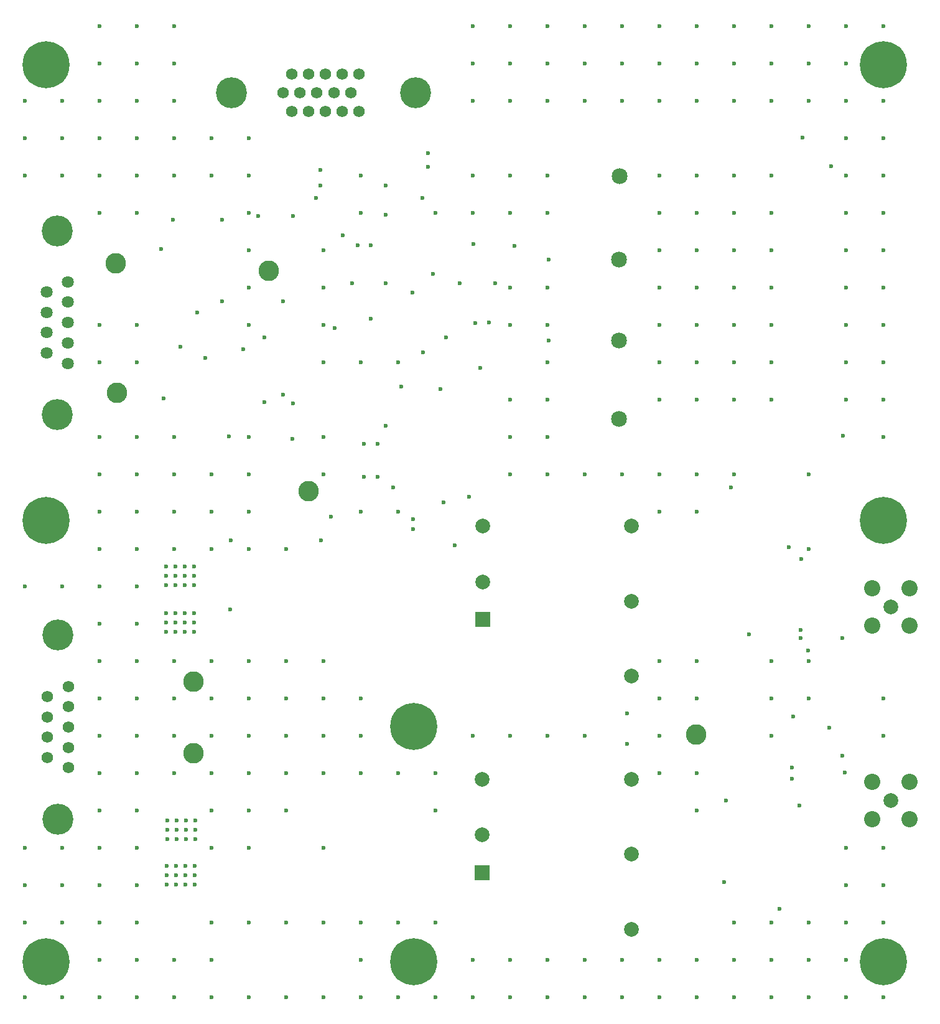
<source format=gbr>
%TF.GenerationSoftware,KiCad,Pcbnew,8.0.6*%
%TF.CreationDate,2025-05-15T16:07:21-04:00*%
%TF.ProjectId,2 - COLD_TPC_P25M5,32202d20-434f-44c4-945f-5450435f5032,rev?*%
%TF.SameCoordinates,Original*%
%TF.FileFunction,Copper,L8,Inr*%
%TF.FilePolarity,Positive*%
%FSLAX46Y46*%
G04 Gerber Fmt 4.6, Leading zero omitted, Abs format (unit mm)*
G04 Created by KiCad (PCBNEW 8.0.6) date 2025-05-15 16:07:21*
%MOMM*%
%LPD*%
G01*
G04 APERTURE LIST*
%TA.AperFunction,ComponentPad*%
%ADD10C,2.800000*%
%TD*%
%TA.AperFunction,ComponentPad*%
%ADD11C,6.400000*%
%TD*%
%TA.AperFunction,ComponentPad*%
%ADD12R,2.000000X2.000000*%
%TD*%
%TA.AperFunction,ComponentPad*%
%ADD13C,2.000000*%
%TD*%
%TA.AperFunction,ComponentPad*%
%ADD14C,2.159000*%
%TD*%
%TA.AperFunction,ComponentPad*%
%ADD15C,1.560000*%
%TD*%
%TA.AperFunction,ComponentPad*%
%ADD16C,4.216000*%
%TD*%
%TA.AperFunction,ComponentPad*%
%ADD17C,1.575000*%
%TD*%
%TA.AperFunction,ComponentPad*%
%ADD18C,1.635000*%
%TD*%
%TA.AperFunction,ComponentPad*%
%ADD19C,2.006600*%
%TD*%
%TA.AperFunction,ComponentPad*%
%ADD20C,2.209800*%
%TD*%
%TA.AperFunction,ViaPad*%
%ADD21C,0.600000*%
%TD*%
G04 APERTURE END LIST*
D10*
%TO.N,/SEC_PWR_RTN*%
%TO.C,+12V_RTN1*%
X155090000Y-149640000D03*
%TD*%
D11*
%TO.N,CHASSIS*%
%TO.C,H5*%
X135000000Y-56000000D03*
%TD*%
%TO.N,CHASSIS*%
%TO.C,H7*%
X249000000Y-118000000D03*
%TD*%
%TO.N,CHASSIS*%
%TO.C,H6*%
X249000000Y-178000000D03*
%TD*%
%TO.N,CHASSIS*%
%TO.C,H3*%
X185000000Y-146000000D03*
%TD*%
D12*
%TO.N,/SiPM/SiPM_LV_Supply/SiPM_LV1/V_POS*%
%TO.C,U4*%
X194395000Y-131470000D03*
D13*
%TO.N,/SiPM/SiPM_LV_Supply/SiPM_LV1/V_RTN*%
X194395000Y-126370000D03*
%TO.N,/SiPM/SiPM_LV_Supply/SiPM_LV/V_Out_RTN*%
X214695000Y-139170000D03*
%TO.N,/SiPM/SiPM_LV_Supply/SiPM_LV1/TRIM*%
X214695000Y-128970000D03*
%TO.N,/SiPM/M5V*%
X214695000Y-118770000D03*
%TO.N,/SiPM/SiPM_LV_Supply/SiPM_LV/Enable*%
X194395000Y-118770000D03*
%TD*%
D14*
%TO.N,Net-(P1-Pad1)*%
%TO.C,P1*%
X212960000Y-93500000D03*
%TD*%
D10*
%TO.N,/P_SEC_TELEM_PWR*%
%TO.C,+5V1*%
X144520000Y-83000000D03*
%TD*%
D14*
%TO.N,Net-(M6-Pad3)*%
%TO.C,P4*%
X213060000Y-71180000D03*
%TD*%
%TO.N,Net-(P3-Pad1)*%
%TO.C,P3*%
X212970000Y-82510000D03*
%TD*%
D15*
%TO.N,/SEC_PWR_RTN*%
%TO.C,J1*%
X138030000Y-140575000D03*
X138030000Y-143345000D03*
%TO.N,unconnected-(J1-Pad3)*%
X138030000Y-146115000D03*
%TO.N,/SEC_PWR_RTN*%
X138030000Y-148885000D03*
X138030000Y-151655000D03*
%TO.N,/SEC_PWR_IN*%
X135190000Y-141960000D03*
X135190000Y-144730000D03*
X135190000Y-147500000D03*
X135190000Y-150270000D03*
D16*
%TO.N,CHASSIS*%
X136610000Y-133615000D03*
X136610000Y-158615000D03*
%TD*%
D10*
%TO.N,/SiPM/SiPM_LV_Supply/SiPM_LV/Enable*%
%TO.C,V_{EN}1*%
X170690000Y-114050000D03*
%TD*%
D17*
%TO.N,/SiPM_LV_Enable-*%
%TO.C,J3*%
X168434000Y-62350000D03*
%TO.N,/SiPM_LV_Enable+*%
X170724000Y-62350000D03*
%TO.N,/P2p5V_TELEM*%
X173014000Y-62350000D03*
%TO.N,/M5p0V_Telem*%
X175304000Y-62350000D03*
%TO.N,/P2p5_I_MON*%
X177594000Y-62350000D03*
%TO.N,/SEC_PWR_TELEM_RTN*%
X167289000Y-59810000D03*
X169579000Y-59810000D03*
X171869000Y-59810000D03*
X174159000Y-59810000D03*
X176449000Y-59810000D03*
%TO.N,/TEMP_TELEM*%
X168434000Y-57270000D03*
%TO.N,/SEC_PWR_TELEM_RTN*%
X170724000Y-57270000D03*
X173014000Y-57270000D03*
X175304000Y-57270000D03*
%TO.N,/M5V_I_MON*%
X177594000Y-57270000D03*
D16*
%TO.N,CHASSIS*%
X185255000Y-59810000D03*
X160265000Y-59810000D03*
%TD*%
D18*
%TO.N,/SEC_PWR_TELEM_RTN*%
%TO.C,J2*%
X137933250Y-96630000D03*
X137933250Y-93860000D03*
%TO.N,unconnected-(J2-Pad3)*%
X137933250Y-91090000D03*
%TO.N,/SEC_PWR_TELEM_RTN*%
X137933250Y-88320000D03*
X137933250Y-85550000D03*
%TO.N,/N_SEC_TELEM_PWR*%
X135093250Y-95245000D03*
X135093250Y-92475000D03*
%TO.N,/P_SEC_TELEM_PWR*%
X135093250Y-89705000D03*
X135093250Y-86935000D03*
D16*
%TO.N,CHASSIS*%
X136513250Y-78590000D03*
X136513250Y-103590000D03*
%TD*%
D11*
%TO.N,CHASSIS*%
%TO.C,H8*%
X135000000Y-118000000D03*
%TD*%
D14*
%TO.N,Net-(M5-Pad3)*%
%TO.C,P2*%
X212960000Y-104170000D03*
%TD*%
D11*
%TO.N,CHASSIS*%
%TO.C,H4*%
X185000000Y-178000000D03*
%TD*%
D19*
%TO.N,/SiPM/SiPM_LV_m5p0V*%
%TO.C,J5*%
X250000000Y-129780000D03*
D20*
%TO.N,/SiPM/SiPM_LV_Supply/SiPM_LV/V_Out_RTN*%
X252540000Y-127240000D03*
X247460000Y-127240000D03*
X247460000Y-132320000D03*
X252540000Y-132320000D03*
%TD*%
D10*
%TO.N,/SEC_PWR_IN*%
%TO.C,+12V1*%
X155090000Y-139890000D03*
%TD*%
%TO.N,/N_SEC_TELEM_PWR*%
%TO.C,-5V1*%
X144690000Y-100630000D03*
%TD*%
D19*
%TO.N,/SiPM/SiPM_LV_p2p5V*%
%TO.C,J4*%
X250000000Y-156110000D03*
D20*
%TO.N,/SiPM/SiPM_LV_Supply/SiPM_LV/V_Out_RTN*%
X252540000Y-153570000D03*
X247460000Y-153570000D03*
X247460000Y-158650000D03*
X252540000Y-158650000D03*
%TD*%
D11*
%TO.N,CHASSIS*%
%TO.C,H2*%
X135000000Y-178000000D03*
%TD*%
%TO.N,CHASSIS*%
%TO.C,H1*%
X249000000Y-56000000D03*
%TD*%
D12*
%TO.N,/SiPM/SiPM_LV_Supply/SiPM_LV/V_POS*%
%TO.C,U3*%
X194387500Y-165890000D03*
D13*
%TO.N,/SiPM/SiPM_LV_Supply/SiPM_LV/V_RTN*%
X194387500Y-160790000D03*
%TO.N,/SiPM/SiPM_LV_Supply/SiPM_LV/V_Out*%
X214687500Y-173590000D03*
%TO.N,/SiPM/SiPM_LV_Supply/SiPM_LV/TRIM*%
X214687500Y-163390000D03*
%TO.N,/SiPM/SiPM_LV_Supply/SiPM_LV/V_Out_RTN*%
X214687500Y-153190000D03*
%TO.N,/SiPM/SiPM_LV_Supply/SiPM_LV/Enable*%
X194387500Y-153190000D03*
%TD*%
D10*
%TO.N,/SEC_PWR_TELEM_RTN*%
%TO.C,Telem_RTN1*%
X165350000Y-84050000D03*
%TD*%
%TO.N,/SiPM/SiPM_LV_Supply/SiPM_LV/V_Out_RTN*%
%TO.C,V_{OUT_RTN}1*%
X223490000Y-147150000D03*
%TD*%
D21*
%TO.N,/SiPM/pV3p3*%
X237680000Y-133980000D03*
X181240000Y-105120000D03*
X181240000Y-76390000D03*
X243400000Y-133990000D03*
X243480000Y-106490000D03*
X181240000Y-72460000D03*
X172310000Y-72450000D03*
X181234150Y-85760000D03*
X243400000Y-149970000D03*
X236550000Y-151610000D03*
X158970000Y-77145000D03*
%TO.N,/SEC_PWR_RTN*%
X154017500Y-158820000D03*
X177800000Y-152400000D03*
X147320000Y-152400000D03*
X213360000Y-111760000D03*
X218440000Y-177800000D03*
X243840000Y-177800000D03*
X147320000Y-167640000D03*
X238760000Y-121920000D03*
X223520000Y-142240000D03*
X152400000Y-137160000D03*
X233680000Y-177800000D03*
X147320000Y-162560000D03*
X147320000Y-132080000D03*
X152635000Y-126775000D03*
X152747500Y-160090000D03*
X218440000Y-116840000D03*
X151365000Y-125505000D03*
X198120000Y-111760000D03*
X208280000Y-182880000D03*
X238760000Y-177800000D03*
X248920000Y-182880000D03*
X193040000Y-177800000D03*
X198120000Y-177800000D03*
X157480000Y-162560000D03*
X172720000Y-172720000D03*
X177800000Y-177800000D03*
X178250000Y-112050000D03*
X142240000Y-157480000D03*
X157480000Y-177800000D03*
X198120000Y-147320000D03*
X182880000Y-152400000D03*
X153905000Y-125505000D03*
X172720000Y-182880000D03*
X152400000Y-147320000D03*
X152400000Y-142240000D03*
X233680000Y-172720000D03*
X238760000Y-182880000D03*
X167640000Y-172720000D03*
X152400000Y-177800000D03*
X152400000Y-152400000D03*
X167640000Y-147320000D03*
X152747500Y-158820000D03*
X155175000Y-124235000D03*
X147320000Y-121920000D03*
X167640000Y-142240000D03*
X167640000Y-137160000D03*
X187960000Y-182880000D03*
X155287500Y-161360000D03*
X132080000Y-182880000D03*
X223520000Y-111760000D03*
X157480000Y-147320000D03*
X172720000Y-152400000D03*
X151365000Y-126775000D03*
X157480000Y-152400000D03*
X198120000Y-182880000D03*
X167640000Y-157480000D03*
X208280000Y-111760000D03*
X187960000Y-157480000D03*
X228600000Y-182880000D03*
X142240000Y-152400000D03*
X208280000Y-177800000D03*
X132080000Y-172720000D03*
X137160000Y-172720000D03*
X248920000Y-162560000D03*
X233680000Y-147320000D03*
X162560000Y-147320000D03*
X132080000Y-127000000D03*
X151477500Y-161360000D03*
X187960000Y-172720000D03*
X233680000Y-137160000D03*
X147320000Y-157480000D03*
X182880000Y-172720000D03*
X218440000Y-137160000D03*
X151477500Y-160090000D03*
X218440000Y-147320000D03*
X142240000Y-182880000D03*
X243840000Y-172720000D03*
X157480000Y-157480000D03*
X193040000Y-147320000D03*
X157480000Y-121920000D03*
X228600000Y-177800000D03*
X147320000Y-177800000D03*
X177800000Y-182880000D03*
X233680000Y-142240000D03*
X142240000Y-167640000D03*
X137160000Y-162560000D03*
X154017500Y-160090000D03*
X180140000Y-112050000D03*
X137160000Y-127000000D03*
X177800000Y-116840000D03*
X177800000Y-147320000D03*
X162560000Y-121920000D03*
X152747500Y-161360000D03*
X223520000Y-182880000D03*
X142240000Y-137160000D03*
X213360000Y-177800000D03*
X218440000Y-152400000D03*
X152400000Y-121920000D03*
X132080000Y-162560000D03*
X162560000Y-182880000D03*
X203200000Y-111760000D03*
X147320000Y-172720000D03*
X142240000Y-147320000D03*
X203200000Y-147320000D03*
X162560000Y-142240000D03*
X203200000Y-182880000D03*
X172720000Y-142240000D03*
X162560000Y-172720000D03*
X157480000Y-182880000D03*
X137160000Y-167640000D03*
X213360000Y-182880000D03*
X152400000Y-182880000D03*
X154017500Y-161360000D03*
X155175000Y-126775000D03*
X147320000Y-182880000D03*
X162560000Y-162560000D03*
X157480000Y-137160000D03*
X147320000Y-137160000D03*
X167640000Y-152400000D03*
X132080000Y-167640000D03*
X228600000Y-111760000D03*
X142240000Y-142240000D03*
X172720000Y-111760000D03*
X153905000Y-126775000D03*
X248920000Y-172720000D03*
X172720000Y-147320000D03*
X223520000Y-177800000D03*
X243840000Y-182880000D03*
X137160000Y-182880000D03*
X218440000Y-111760000D03*
X167640000Y-182880000D03*
X155287500Y-160090000D03*
X218440000Y-182880000D03*
X203200000Y-177800000D03*
X142240000Y-162560000D03*
X153905000Y-124235000D03*
X162560000Y-137160000D03*
X177800000Y-142240000D03*
X223520000Y-152400000D03*
X248920000Y-142240000D03*
X172720000Y-137160000D03*
X223520000Y-116840000D03*
X208280000Y-147320000D03*
X152635000Y-124235000D03*
X238760000Y-172720000D03*
X147320000Y-142240000D03*
X184980000Y-117850000D03*
X142240000Y-177800000D03*
X223520000Y-157480000D03*
X151477500Y-158820000D03*
X152635000Y-125505000D03*
X248920000Y-147320000D03*
X142240000Y-172720000D03*
X218440000Y-142240000D03*
X182880000Y-182880000D03*
X233680000Y-182880000D03*
X167640000Y-121920000D03*
X238760000Y-142240000D03*
X228600000Y-172720000D03*
X243840000Y-162560000D03*
X193040000Y-182880000D03*
X162560000Y-157480000D03*
X243840000Y-167640000D03*
X223520000Y-137160000D03*
X151365000Y-124235000D03*
X182880000Y-116840000D03*
X162560000Y-152400000D03*
X157480000Y-172720000D03*
X142240000Y-132080000D03*
X172720000Y-162560000D03*
X187960000Y-152400000D03*
X147320000Y-127000000D03*
X238760000Y-137160000D03*
X142240000Y-127000000D03*
X142240000Y-121920000D03*
X157480000Y-142240000D03*
X147320000Y-147320000D03*
X177800000Y-172720000D03*
X155175000Y-125505000D03*
X155287500Y-158820000D03*
X248920000Y-167640000D03*
%TO.N,CHASSIS*%
X214040000Y-148430000D03*
X214078000Y-144272000D03*
%TO.N,/SEC_PWR_TELEM_RTN*%
X198120000Y-50800000D03*
X132080000Y-60960000D03*
X152400000Y-55880000D03*
X203200000Y-96520000D03*
X147320000Y-76200000D03*
X203200000Y-86360000D03*
X228600000Y-101600000D03*
X223520000Y-60960000D03*
X243840000Y-91440000D03*
X223520000Y-50800000D03*
X248920000Y-66040000D03*
X198774150Y-80690000D03*
X208280000Y-50800000D03*
X228600000Y-60960000D03*
X238760000Y-60960000D03*
X243840000Y-50800000D03*
X243840000Y-60960000D03*
X213360000Y-55880000D03*
X157480000Y-66040000D03*
X248920000Y-101600000D03*
X157480000Y-71120000D03*
X157480000Y-116840000D03*
X152400000Y-116840000D03*
X203200000Y-106680000D03*
X218440000Y-101600000D03*
X238760000Y-111760000D03*
X233680000Y-91440000D03*
X147320000Y-50800000D03*
X248920000Y-91440000D03*
X218440000Y-86360000D03*
X177434150Y-80580000D03*
X228600000Y-86360000D03*
X223520000Y-101600000D03*
X198120000Y-106680000D03*
X172720000Y-81280000D03*
X142240000Y-71120000D03*
X142240000Y-76200000D03*
X162560000Y-86360000D03*
X162560000Y-76200000D03*
X153260000Y-94345000D03*
X218440000Y-60960000D03*
X198120000Y-101600000D03*
X193040000Y-60960000D03*
X162560000Y-111760000D03*
X233680000Y-50800000D03*
X147320000Y-60960000D03*
X243840000Y-86360000D03*
X147320000Y-106680000D03*
X172720000Y-96520000D03*
X218440000Y-91440000D03*
X233680000Y-60960000D03*
X233680000Y-101600000D03*
X147320000Y-66040000D03*
X152400000Y-111760000D03*
X218440000Y-81280000D03*
X228600000Y-55880000D03*
X203200000Y-101600000D03*
X236550000Y-153160000D03*
X213360000Y-50800000D03*
X223520000Y-76200000D03*
X228600000Y-71120000D03*
X223520000Y-86360000D03*
X218440000Y-50800000D03*
X162560000Y-81280000D03*
X147320000Y-116840000D03*
X248920000Y-81280000D03*
X243840000Y-55880000D03*
X203200000Y-91440000D03*
X152240000Y-77120000D03*
X223520000Y-81280000D03*
X243840000Y-101600000D03*
X194129150Y-97274800D03*
X198120000Y-76200000D03*
X137160000Y-71120000D03*
X152400000Y-66040000D03*
X233680000Y-86360000D03*
X178250000Y-107630000D03*
X233680000Y-55880000D03*
X208280000Y-60960000D03*
X236050000Y-121620000D03*
X132080000Y-71120000D03*
X142240000Y-106680000D03*
X243690000Y-152310000D03*
X203200000Y-60960000D03*
X137160000Y-60960000D03*
X172310000Y-70370000D03*
X176630000Y-85760000D03*
X142240000Y-50800000D03*
X168540000Y-106950000D03*
X159900000Y-106580000D03*
X243840000Y-96520000D03*
X150980000Y-101385000D03*
X157480000Y-111760000D03*
X193040000Y-55880000D03*
X150680000Y-81065000D03*
X203200000Y-55880000D03*
X213360000Y-60960000D03*
X132080000Y-66040000D03*
X162560000Y-106680000D03*
X193040000Y-50800000D03*
X233680000Y-60960000D03*
X193040000Y-71120000D03*
X198120000Y-71120000D03*
X243840000Y-71120000D03*
X155600000Y-89765000D03*
X223520000Y-91440000D03*
X177800000Y-96520000D03*
X228600000Y-91440000D03*
X142240000Y-91440000D03*
X162560000Y-66040000D03*
X248920000Y-76200000D03*
X142240000Y-96520000D03*
X233680000Y-71120000D03*
X237740000Y-132930000D03*
X142240000Y-66040000D03*
X238760000Y-55880000D03*
X172720000Y-91440000D03*
X142240000Y-60960000D03*
X223520000Y-96520000D03*
X248920000Y-106680000D03*
X182880000Y-96520000D03*
X193184150Y-80420000D03*
X152400000Y-106680000D03*
X152400000Y-50800000D03*
X198120000Y-60960000D03*
X228600000Y-96520000D03*
X248920000Y-86360000D03*
X152400000Y-71120000D03*
X243840000Y-66040000D03*
X142240000Y-111760000D03*
X233680000Y-76200000D03*
X172720000Y-106680000D03*
X180140000Y-107630000D03*
X248920000Y-50800000D03*
X198120000Y-55880000D03*
X177800000Y-71120000D03*
X233680000Y-96520000D03*
X230680000Y-133480000D03*
X162560000Y-91440000D03*
X147320000Y-91440000D03*
X203200000Y-71120000D03*
X161820000Y-94695000D03*
X198120000Y-86360000D03*
X142240000Y-55880000D03*
X203200000Y-76200000D03*
X183380000Y-99790000D03*
X137160000Y-66040000D03*
X147320000Y-55880000D03*
X233680000Y-81280000D03*
X238760000Y-50800000D03*
X218440000Y-71120000D03*
X243840000Y-81280000D03*
X218440000Y-55880000D03*
X228600000Y-50800000D03*
X198120000Y-91440000D03*
X248920000Y-96520000D03*
X208280000Y-55880000D03*
X218440000Y-96520000D03*
X195264150Y-91120000D03*
X248920000Y-60960000D03*
X177800000Y-76200000D03*
X162560000Y-116840000D03*
X223520000Y-55880000D03*
X196164150Y-85750000D03*
X147320000Y-111760000D03*
X152400000Y-60960000D03*
X193040000Y-76200000D03*
X187960000Y-76200000D03*
X142240000Y-116840000D03*
X147320000Y-71120000D03*
X162560000Y-71120000D03*
X228600000Y-76200000D03*
X172720000Y-86360000D03*
X147320000Y-96520000D03*
X203200000Y-50800000D03*
X223520000Y-71120000D03*
X228600000Y-81280000D03*
X243840000Y-76200000D03*
X236720000Y-144650000D03*
X218440000Y-76200000D03*
X248920000Y-71120000D03*
%TO.N,/SEC_PWR_IN*%
X152667500Y-166300000D03*
X155115000Y-133150000D03*
X155207500Y-167570000D03*
X153845000Y-130610000D03*
X151305000Y-130610000D03*
X155207500Y-165030000D03*
X153937500Y-165030000D03*
X152667500Y-167570000D03*
X151305000Y-131880000D03*
X153937500Y-167570000D03*
X153845000Y-131880000D03*
X152575000Y-131880000D03*
X151397500Y-167570000D03*
X151397500Y-166300000D03*
X152575000Y-130610000D03*
X152667500Y-165030000D03*
X151305000Y-133150000D03*
X155207500Y-166300000D03*
X153845000Y-133150000D03*
X155115000Y-131880000D03*
X152575000Y-133150000D03*
X151397500Y-165030000D03*
X153937500Y-166300000D03*
X160020000Y-130140000D03*
X160160000Y-120700000D03*
X155115000Y-130610000D03*
%TO.N,Net-(M2-Pad1)*%
X189080000Y-115560000D03*
X173770000Y-117510000D03*
%TO.N,/P2p5V_TELEM*%
X174310000Y-91820000D03*
%TO.N,/M5p0V_Telem*%
X175350000Y-79240000D03*
%TO.N,/TEMP_TELEM*%
X163910000Y-76580000D03*
X168570000Y-102120000D03*
X168570000Y-76570000D03*
%TO.N,Net-(C2-Pad2)*%
X241820000Y-69830000D03*
X187017482Y-69884549D03*
X241580000Y-146200000D03*
%TO.N,/SiPM/P2p5V*%
X187654150Y-84480000D03*
X228180000Y-113530000D03*
X184894150Y-87030000D03*
X182270000Y-113530000D03*
X237515000Y-156785000D03*
%TO.N,/SiPM/M5V*%
X192540000Y-114820000D03*
X179230000Y-90580000D03*
X193394150Y-91130000D03*
X179234150Y-80580000D03*
%TO.N,Net-(U9-OUT)*%
X238740000Y-135680000D03*
%TO.N,Net-(C31-Pad2)*%
X237950000Y-65950000D03*
X237770000Y-123210000D03*
X187000000Y-68050000D03*
%TO.N,/SiPM/SiPM_LV_Supply/SiPM_LV/Enable*%
X184990000Y-119200000D03*
X190600000Y-121430000D03*
X172390000Y-120700000D03*
%TO.N,/P_SEC_TELEM_PWR*%
X203440000Y-93510000D03*
X188670000Y-100170000D03*
X203400000Y-82510200D03*
X167220000Y-88200000D03*
X158971400Y-88205000D03*
X167220000Y-100870000D03*
%TO.N,/SiPM/SiPM_LV_Supply/SiPM_LV_Enable*%
X186280000Y-95110000D03*
X171750000Y-74110000D03*
X186260000Y-74110000D03*
%TO.N,/SiPM/nV3p3*%
X164690000Y-93100000D03*
X164690000Y-101940000D03*
X189480000Y-93100000D03*
X191304150Y-85750000D03*
%TO.N,/N_SEC_TELEM_PWR*%
X156660000Y-95925000D03*
%TO.N,/SiPM/SiPM_LV_Supply/SiPM_LV/V_Out_RTN*%
X227570000Y-156111400D03*
X234827500Y-170857500D03*
X227300000Y-167231400D03*
%TD*%
M02*

</source>
